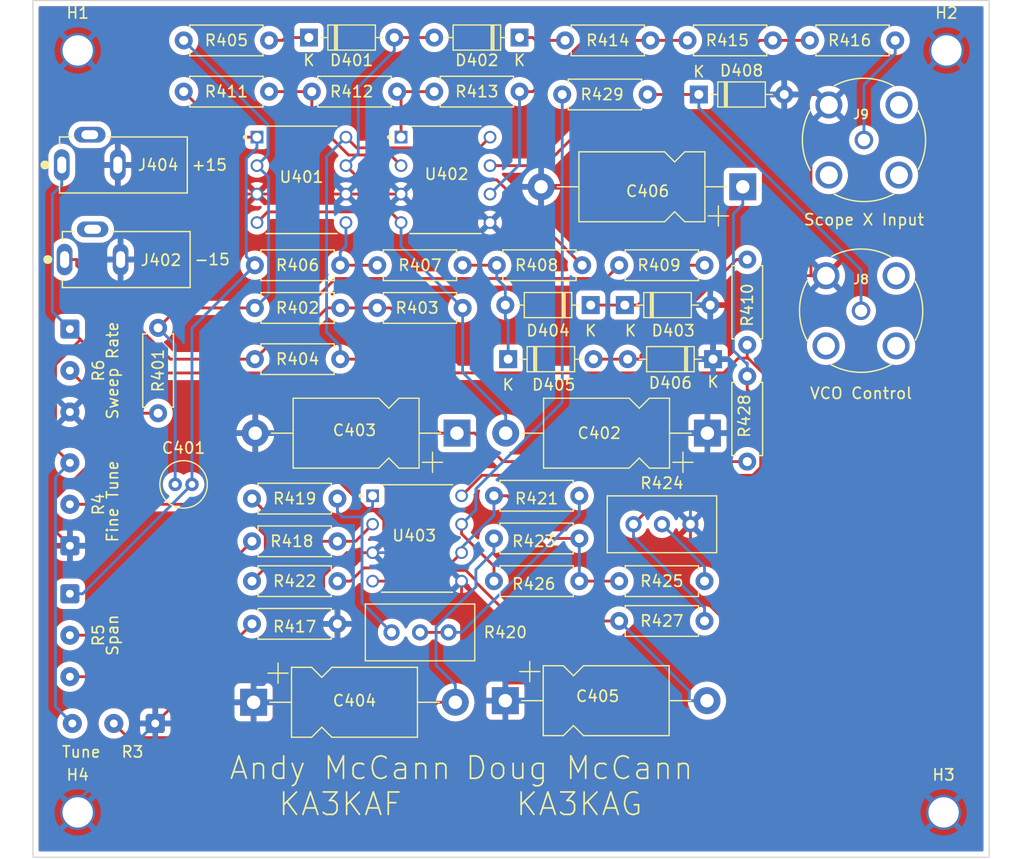
<source format=kicad_pcb>
(kicad_pcb (version 20211014) (generator pcbnew)

  (general
    (thickness 1.6)
  )

  (paper "A")
  (title_block
    (title "Spectrum Analyzer: Timebase")
    (date "2022-05-29")
    (rev "0.2")
    (company "Andy McCann KA3KAF and Doug McCann KA3KAG")
    (comment 1 "Terry White K7TAU")
    (comment 2 "Wes Hayward W7ZOI")
    (comment 3 "Original Design by:")
  )

  (layers
    (0 "F.Cu" signal)
    (31 "B.Cu" signal)
    (34 "B.Paste" user)
    (36 "B.SilkS" user "B.Silkscreen")
    (37 "F.SilkS" user "F.Silkscreen")
    (38 "B.Mask" user)
    (39 "F.Mask" user)
    (40 "Dwgs.User" user "User.Drawings")
    (41 "Cmts.User" user "User.Comments")
    (44 "Edge.Cuts" user)
    (45 "Margin" user)
    (46 "B.CrtYd" user "B.Courtyard")
    (47 "F.CrtYd" user "F.Courtyard")
    (49 "F.Fab" user)
  )

  (setup
    (stackup
      (layer "F.SilkS" (type "Top Silk Screen"))
      (layer "F.Mask" (type "Top Solder Mask") (thickness 0.01))
      (layer "F.Cu" (type "copper") (thickness 0.035))
      (layer "dielectric 1" (type "core") (thickness 1.51) (material "FR4") (epsilon_r 4.5) (loss_tangent 0.02))
      (layer "B.Cu" (type "copper") (thickness 0.035))
      (layer "B.Mask" (type "Bottom Solder Mask") (thickness 0.01))
      (layer "B.Paste" (type "Bottom Solder Paste"))
      (layer "B.SilkS" (type "Bottom Silk Screen"))
      (copper_finish "None")
      (dielectric_constraints no)
    )
    (pad_to_mask_clearance 0.0508)
    (grid_origin 50.8 101.854)
    (pcbplotparams
      (layerselection 0x0000030_7ffffffe)
      (disableapertmacros false)
      (usegerberextensions false)
      (usegerberattributes true)
      (usegerberadvancedattributes true)
      (creategerberjobfile true)
      (svguseinch false)
      (svgprecision 6)
      (excludeedgelayer true)
      (plotframeref false)
      (viasonmask false)
      (mode 1)
      (useauxorigin false)
      (hpglpennumber 1)
      (hpglpenspeed 20)
      (hpglpendiameter 15.000000)
      (dxfpolygonmode true)
      (dxfimperialunits false)
      (dxfusepcbnewfont true)
      (psnegative false)
      (psa4output false)
      (plotreference true)
      (plotvalue false)
      (plotinvisibletext false)
      (sketchpadsonfab false)
      (subtractmaskfromsilk false)
      (outputformat 3)
      (mirror false)
      (drillshape 0)
      (scaleselection 1)
      (outputdirectory "")
    )
  )

  (net 0 "")
  (net 1 "Net-(C401-Pad1)")
  (net 2 "Net-(C401-Pad2)")
  (net 3 "GND")
  (net 4 "Net-(C402-Pad2)")
  (net 5 "Net-(C403-Pad1)")
  (net 6 "Net-(C404-Pad2)")
  (net 7 "Net-(C405-Pad2)")
  (net 8 "Net-(C406-Pad1)")
  (net 9 "Net-(D401-Pad1)")
  (net 10 "Net-(D401-Pad2)")
  (net 11 "Net-(D402-Pad1)")
  (net 12 "Net-(D403-Pad1)")
  (net 13 "Net-(D404-Pad2)")
  (net 14 "Net-(D405-Pad2)")
  (net 15 "VCO_Out")
  (net 16 "Out")
  (net 17 "V+15")
  (net 18 "V-15")
  (net 19 "Net-(R4-Pad2)")
  (net 20 "Net-(R418-Pad1)")
  (net 21 "Net-(R417-Pad1)")
  (net 22 "Net-(R401-Pad2)")
  (net 23 "Net-(R406-Pad2)")
  (net 24 "Net-(R411-Pad2)")
  (net 25 "Net-(R412-Pad2)")
  (net 26 "Net-(R413-Pad2)")
  (net 27 "Net-(R415-Pad2)")
  (net 28 "Net-(R418-Pad2)")
  (net 29 "Net-(R419-Pad2)")
  (net 30 "Net-(R420-Pad1)")
  (net 31 "Net-(R421-Pad2)")
  (net 32 "Net-(R424-Pad2)")
  (net 33 "Net-(R426-Pad2)")

  (footprint "Resistor_THT:R_Axial_DIN0207_L6.3mm_D2.5mm_P7.62mm_Horizontal" (layer "F.Cu") (at 64.262 33.528))

  (footprint "Resistor_THT:R_Axial_DIN0207_L6.3mm_D2.5mm_P7.62mm_Horizontal" (layer "F.Cu") (at 61.976 54.61 -90))

  (footprint "Connector_Wire:SolderWire-0.127sqmm_1x03_P3.7mm_D0.48mm_OD1mm" (layer "F.Cu") (at 54.102 78.342 -90))

  (footprint "Resistor_THT:R_Axial_DIN0207_L6.3mm_D2.5mm_P7.62mm_Horizontal" (layer "F.Cu") (at 64.262 28.956))

  (footprint "Resistor_THT:R_Axial_DIN0207_L6.3mm_D2.5mm_P7.62mm_Horizontal" (layer "F.Cu") (at 99.568 73.406 180))

  (footprint "Resistor_THT:R_Axial_DIN0207_L6.3mm_D2.5mm_P7.62mm_Horizontal" (layer "F.Cu") (at 103.124 77.216))

  (footprint "Diode_THT:D_DO-35_SOD27_P7.62mm_Horizontal" (layer "F.Cu") (at 93.218 57.404))

  (footprint "Connector_Wire:SolderWire-0.127sqmm_1x03_P3.7mm_D0.48mm_OD1mm" (layer "F.Cu") (at 54.102 74.058 90))

  (footprint "Resistor_THT:R_Axial_DIN0207_L6.3mm_D2.5mm_P7.62mm_Horizontal" (layer "F.Cu") (at 99.568 77.216 180))

  (footprint "Capacitor_THT:CP_Axial_L11.0mm_D6.0mm_P18.00mm_Horizontal" (layer "F.Cu") (at 110.998 64.008 180))

  (footprint "Capacitor_THT:CP_Axial_L11.0mm_D6.0mm_P18.00mm_Horizontal" (layer "F.Cu") (at 88.646 64.008 180))

  (footprint "Resistor_THT:R_Axial_DIN0207_L6.3mm_D2.5mm_P7.62mm_Horizontal" (layer "F.Cu") (at 70.612 49.022))

  (footprint "SnapEDA Library:TE_5-1634503-1" (layer "F.Cu") (at 124.968 37.846))

  (footprint "Resistor_THT:R_Axial_DIN0207_L6.3mm_D2.5mm_P7.62mm_Horizontal" (layer "F.Cu") (at 103.124 80.772))

  (footprint "SnapEDA Library:TE_5-1634503-1" (layer "F.Cu") (at 124.714 53.086))

  (footprint "Resistor_THT:R_Axial_DIN0207_L6.3mm_D2.5mm_P7.62mm_Horizontal" (layer "F.Cu") (at 114.554 48.514 -90))

  (footprint "Diode_THT:D_DO-35_SOD27_P7.62mm_Horizontal" (layer "F.Cu") (at 110.236 33.782))

  (footprint "Connector_Wire:SolderWire-0.127sqmm_1x03_P3.7mm_D0.48mm_OD1mm" (layer "F.Cu") (at 54.102 54.72 -90))

  (footprint "Resistor_THT:R_Axial_DIN0207_L6.3mm_D2.5mm_P7.62mm_Horizontal" (layer "F.Cu") (at 114.554 66.548 90))

  (footprint "Resistor_THT:R_Axial_DIN0207_L6.3mm_D2.5mm_P7.62mm_Horizontal" (layer "F.Cu") (at 120.142 28.956))

  (footprint "MountingHole:MountingHole_2.7mm_M2.5_DIN965_Pad_TopOnly" (layer "F.Cu") (at 54.8 29.854))

  (footprint "SnapEDA Library:DIP794W45P254L959H508Q8" (layer "F.Cu") (at 87.63 41.402))

  (footprint "Resistor_THT:R_Axial_DIN0207_L6.3mm_D2.5mm_P7.62mm_Horizontal" (layer "F.Cu") (at 75.692 33.528))

  (footprint "MountingHole:MountingHole_2.7mm_M2.5_DIN965_Pad_TopOnly" (layer "F.Cu") (at 132.08 97.854))

  (footprint "Capacitor_THT:CP_Axial_L11.0mm_D6.0mm_P18.00mm_Horizontal" (layer "F.Cu") (at 92.964 87.884))

  (footprint "Diode_THT:D_DO-35_SOD27_P7.62mm_Horizontal" (layer "F.Cu") (at 100.584 52.578 180))

  (footprint "MountingHole:MountingHole_2.7mm_M2.5_DIN965_Pad_TopOnly" (layer "F.Cu") (at 54.8 97.854))

  (footprint "Resistor_THT:R_Axial_DIN0207_L6.3mm_D2.5mm_P7.62mm_Horizontal" (layer "F.Cu") (at 98.044 33.782))

  (footprint "Connector_Wire:SolderWire-0.127sqmm_1x03_P3.7mm_D0.48mm_OD1mm" (layer "F.Cu") (at 61.722 89.916 180))

  (footprint "Diode_THT:D_DO-35_SOD27_P7.62mm_Horizontal" (layer "F.Cu") (at 94.234 28.702 180))

  (footprint "Resistor_THT:R_Axial_DIN0207_L6.3mm_D2.5mm_P7.62mm_Horizontal" (layer "F.Cu") (at 86.614 33.528))

  (footprint "MountingHole:MountingHole_2.7mm_M2.5_DIN965_Pad_TopOnly" (layer "F.Cu") (at 132.334 29.854))

  (footprint "Resistor_THT:R_Axial_DIN0207_L6.3mm_D2.5mm_P7.62mm_Horizontal" (layer "F.Cu") (at 70.358 69.85))

  (footprint "SnapEDA Library:CUI_PJ-007" (layer "F.Cu") (at 53.3785 40.074))

  (footprint "Resistor_THT:R_Axial_DIN0207_L6.3mm_D2.5mm_P7.62mm_Horizontal" (layer "F.Cu") (at 81.534 49.022))

  (footprint "Capacitor_THT:C_Radial_D4.0mm_H5.0mm_P1.50mm" (layer "F.Cu") (at 63.5 68.58))

  (footprint "Resistor_THT:R_Axial_DIN0207_L6.3mm_D2.5mm_P7.62mm_Horizontal" (layer "F.Cu") (at 109.22 28.956))

  (footprint "Capacitor_THT:CP_Axial_L11.0mm_D6.0mm_P18.00mm_Horizontal" (layer "F.Cu") (at 70.502 88.0265))

  (footprint "Resistor_THT:R_Axial_DIN0207_L6.3mm_D2.5mm_P7.62mm_Horizontal" (layer "F.Cu") (at 70.612 52.832))

  (footprint "SnapEDA Library:DIP794W45P254L959H508Q8" (layer "F.Cu") (at 85.09 73.406))

  (footprint "Resistor_THT:R_Axial_DIN0207_L6.3mm_D2.5mm_P7.62mm_Horizontal" (layer "F.Cu") (at 70.612 57.404))

  (footprint "Potentiometer_THT:Potentiometer_Bourns_3296W_Vertical" (layer "F.Cu") (at 109.484 72.136))

  (footprint "SnapEDA Library:DIP794W45P254L959H508Q8" (layer "F.Cu") (at 74.77 41.402))

  (footprint "Resistor_THT:R_Axial_DIN0207_L6.3mm_D2.5mm_P7.62mm_Horizontal" (layer "F.Cu") (at 103.124 49.022))

  (footprint "Diode_THT:D_DO-35_SOD27_P7.62mm_Horizontal" (layer "F.Cu") (at 75.438 28.702))

  (footprint "Resistor_THT:R_Axial_DIN0207_L6.3mm_D2.5mm_P7.62mm_Horizontal" (layer "F.Cu") (at 70.358 81.026))

  (footprint "Diode_THT:D_DO-35_SOD27_P7.62mm_Horizontal" (layer "F.Cu") (at 111.506 57.404 180))

  (footprint "Resistor_THT:R_Axial_DIN0207_L6.3mm_D2.5mm_P7.62mm_Horizontal" (layer "F.Cu") (at 98.298 28.956))

  (footprint "Resistor_THT:R_Axial_DIN0207_L6.3mm_D2.5mm_P7.62mm_Horizontal" (layer "F.Cu") (at 70.358 77.216))

  (footprint "Potentiometer_THT:Potentiometer_Bourns_3296W_Vertical" (layer "F.Cu")
    (tedit 5A3D4994) (tstamp dbd3102e-e0fc-4ce2-8d5b-b400d26b4264)
    (at 87.894 81.788)
    (descr "Potentiometer, vertical, Bourns 3296W, https://www.bourns.com/pdfs/3296.pdf")
    (tags "Potentiometer vertical Bourns 3296W")
    (property "Field8" "Cal Max Span")
    (property "Sheetfile" "Timebase.kicad_sch")
    (property "Sheetname" "TimeBase")
    (property "Spice_Lib_File" "Pot6.lib")
    (property "Spice_Model" "pot_lin6")
    (property "Spice_Netlist_Enabled" "Y")
    (property "Spice_Primitive" "X")
    (path "/e5c5d6b0-703e-4a07-baca-024b54565ece/fc131e65-aaf0-42af-b152-0f8028467450")
    (attr through_hole)
    (fp_text reference "R420" (at 5.07 0) (layer "F.SilkS")
      (effects (font (size 1 1) (thickness 0.15)))
      (tstamp 3ada35d1-80f5-42d2-b3e5-5b21384eff26)
    )
    (fp_text value "5k" (at -2.54 3.67) (layer "F.Fab")
      (effects (font (size 1 1) (thickness 0.15)))
      (tstamp 280f0e37-19db-458b-ae8d-64d5451c895e)
    )
    (fp_text user "${REFERENCE}" (at -3.175 0.005) (layer "F.Fab")
      (effects (font (size 1 1) (thickness 0.15)))
      (tstamp 0c2b1564-5fee-446c-a23b-80c0a502f996)
    )
    (fp_line (start -7.425 2.54) (end 2.345 2.54) (layer "F.SilkS") (width 0.12) (tstamp 0c83509b-be4d-470f-b3a9-b672030e7ce1))
    (fp_line (start 2.345 -2.53) (end 2.345 2.54) (layer "F.SilkS") (width 0.12) (tstamp 7a7613d7-d400-4a0f-bfd5-56fcb3e9ce79))
    (fp_line (start -7.425 -2.53) (end -7.425 2.54) (layer "F.SilkS") (width 0.12) (tstamp aa075d90-a0bd-4e7b-ac50-88ab275a7cb2))
    (fp_line (start -7.425 -2.53) (end 2.345 -2.53) (layer "F.SilkS") (width 0.12) (tstamp afa73399-6236-4b85-991c-bea5e3ba4e65))
    (fp_line (start 2.5 2.7) (end 2.5 -2.7) (layer "F.CrtYd") (width 0.05) (tstamp 24c1697f-6ef4-40b0-9e85-eaadd2a598a1))
    (fp_line (start 2.5 -2.7) (end -7.6 -2.7) (layer "F.CrtYd") (width 0.05) (tstamp b2f5b903-b6bf-4292-9b57-d17b7410bfaa))
    (fp_line (start -7.6 -2.7) (end -7.6 2.7) (layer "F.CrtYd") (width 0.05) (tstamp b48b6aed-5122-40f0-9363-28691adefd7d))
    (fp_line (start -7.6 2.7) (end 2.5 2.7) (layer "F.CrtYd") (width 0.05) (tstamp eb8e1aeb-a1a6-4a56-8843-87f605642bc7))
    (fp_line (start -7.305 -2.41) (end -7.305 2.42) (layer "F.Fab") (width 0.1) (tstamp 04a9410d-9f16-415e-9c69-c4fa3c595c15))
    (fp_line (start 2.225 2.42) (end 2.225 -2.41) (layer "F.Fab") (width 0.1) (tstamp 18089e2e-6fb7-4cee-88af-5698faf340f6))
    (fp_line (start 0.955 2.235) (end 0.956 0.066) (layer "F.Fab") (width 0.1) (tstamp 86f8149d-10e3-4723-98b8-5f7829f6b611))
... [1035890 chars truncated]
</source>
